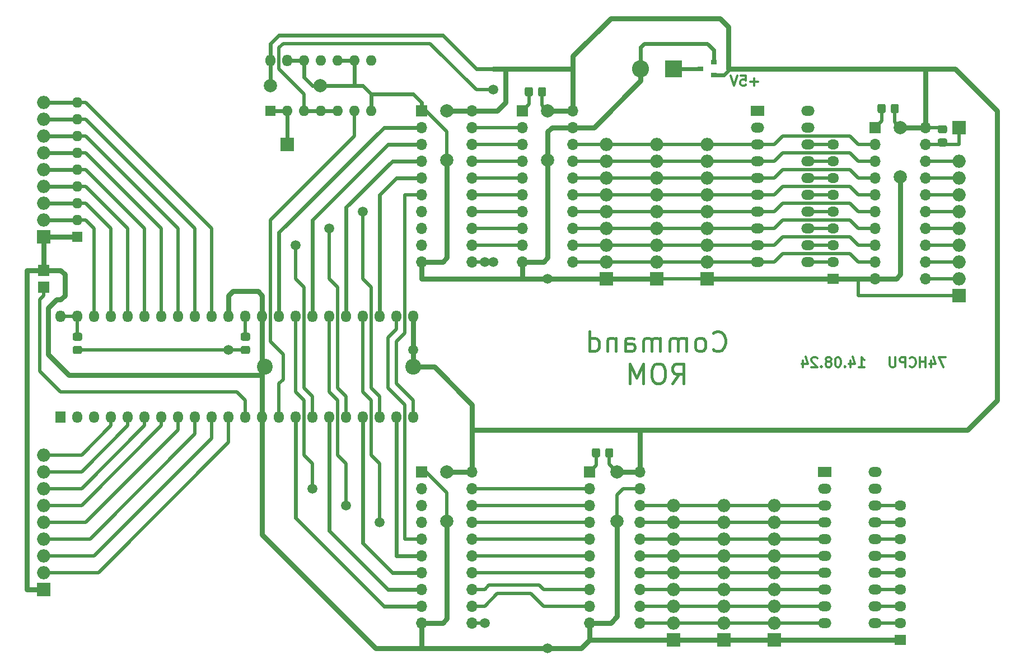
<source format=gbr>
%TF.GenerationSoftware,KiCad,Pcbnew,(5.1.8)-1*%
%TF.CreationDate,2024-08-14T23:24:58+03:00*%
%TF.ProjectId,ROM,524f4d2e-6b69-4636-9164-5f7063625858,rev?*%
%TF.SameCoordinates,Original*%
%TF.FileFunction,Copper,L2,Bot*%
%TF.FilePolarity,Positive*%
%FSLAX46Y46*%
G04 Gerber Fmt 4.6, Leading zero omitted, Abs format (unit mm)*
G04 Created by KiCad (PCBNEW (5.1.8)-1) date 2024-08-14 23:24:58*
%MOMM*%
%LPD*%
G01*
G04 APERTURE LIST*
%TA.AperFunction,NonConductor*%
%ADD10C,0.300000*%
%TD*%
%TA.AperFunction,NonConductor*%
%ADD11C,0.400000*%
%TD*%
%TA.AperFunction,ComponentPad*%
%ADD12C,2.000000*%
%TD*%
%TA.AperFunction,ComponentPad*%
%ADD13C,2.400000*%
%TD*%
%TA.AperFunction,SMDPad,CuDef*%
%ADD14R,0.900000X0.800000*%
%TD*%
%TA.AperFunction,ComponentPad*%
%ADD15R,1.700000X1.700000*%
%TD*%
%TA.AperFunction,ComponentPad*%
%ADD16O,2.000000X2.000000*%
%TD*%
%TA.AperFunction,ComponentPad*%
%ADD17R,2.000000X2.000000*%
%TD*%
%TA.AperFunction,ComponentPad*%
%ADD18O,1.800000X1.500000*%
%TD*%
%TA.AperFunction,ComponentPad*%
%ADD19R,1.800000X1.500000*%
%TD*%
%TA.AperFunction,ComponentPad*%
%ADD20O,2.000000X1.500000*%
%TD*%
%TA.AperFunction,ComponentPad*%
%ADD21R,2.000000X1.500000*%
%TD*%
%TA.AperFunction,ComponentPad*%
%ADD22O,1.600000X1.600000*%
%TD*%
%TA.AperFunction,ComponentPad*%
%ADD23R,1.600000X1.600000*%
%TD*%
%TA.AperFunction,ComponentPad*%
%ADD24O,1.500000X1.800000*%
%TD*%
%TA.AperFunction,ComponentPad*%
%ADD25R,1.500000X1.800000*%
%TD*%
%TA.AperFunction,ComponentPad*%
%ADD26C,2.600000*%
%TD*%
%TA.AperFunction,ComponentPad*%
%ADD27R,2.600000X2.600000*%
%TD*%
%TA.AperFunction,ComponentPad*%
%ADD28O,1.700000X1.700000*%
%TD*%
%TA.AperFunction,ViaPad*%
%ADD29C,1.500000*%
%TD*%
%TA.AperFunction,Conductor*%
%ADD30C,0.800000*%
%TD*%
%TA.AperFunction,Conductor*%
%ADD31C,0.500000*%
%TD*%
%TA.AperFunction,Conductor*%
%ADD32C,0.600000*%
%TD*%
G04 APERTURE END LIST*
D10*
X137207142Y-65448571D02*
X138064285Y-65448571D01*
X137635714Y-65448571D02*
X137635714Y-63948571D01*
X137778571Y-64162857D01*
X137921428Y-64305714D01*
X138064285Y-64377142D01*
X135921428Y-64448571D02*
X135921428Y-65448571D01*
X136278571Y-63877142D02*
X136635714Y-64948571D01*
X135707142Y-64948571D01*
X135135714Y-65305714D02*
X135064285Y-65377142D01*
X135135714Y-65448571D01*
X135207142Y-65377142D01*
X135135714Y-65305714D01*
X135135714Y-65448571D01*
X134135714Y-63948571D02*
X133992857Y-63948571D01*
X133850000Y-64020000D01*
X133778571Y-64091428D01*
X133707142Y-64234285D01*
X133635714Y-64520000D01*
X133635714Y-64877142D01*
X133707142Y-65162857D01*
X133778571Y-65305714D01*
X133850000Y-65377142D01*
X133992857Y-65448571D01*
X134135714Y-65448571D01*
X134278571Y-65377142D01*
X134350000Y-65305714D01*
X134421428Y-65162857D01*
X134492857Y-64877142D01*
X134492857Y-64520000D01*
X134421428Y-64234285D01*
X134350000Y-64091428D01*
X134278571Y-64020000D01*
X134135714Y-63948571D01*
X132778571Y-64591428D02*
X132921428Y-64520000D01*
X132992857Y-64448571D01*
X133064285Y-64305714D01*
X133064285Y-64234285D01*
X132992857Y-64091428D01*
X132921428Y-64020000D01*
X132778571Y-63948571D01*
X132492857Y-63948571D01*
X132350000Y-64020000D01*
X132278571Y-64091428D01*
X132207142Y-64234285D01*
X132207142Y-64305714D01*
X132278571Y-64448571D01*
X132350000Y-64520000D01*
X132492857Y-64591428D01*
X132778571Y-64591428D01*
X132921428Y-64662857D01*
X132992857Y-64734285D01*
X133064285Y-64877142D01*
X133064285Y-65162857D01*
X132992857Y-65305714D01*
X132921428Y-65377142D01*
X132778571Y-65448571D01*
X132492857Y-65448571D01*
X132350000Y-65377142D01*
X132278571Y-65305714D01*
X132207142Y-65162857D01*
X132207142Y-64877142D01*
X132278571Y-64734285D01*
X132350000Y-64662857D01*
X132492857Y-64591428D01*
X131564285Y-65305714D02*
X131492857Y-65377142D01*
X131564285Y-65448571D01*
X131635714Y-65377142D01*
X131564285Y-65305714D01*
X131564285Y-65448571D01*
X130921428Y-64091428D02*
X130850000Y-64020000D01*
X130707142Y-63948571D01*
X130350000Y-63948571D01*
X130207142Y-64020000D01*
X130135714Y-64091428D01*
X130064285Y-64234285D01*
X130064285Y-64377142D01*
X130135714Y-64591428D01*
X130992857Y-65448571D01*
X130064285Y-65448571D01*
X128778571Y-64448571D02*
X128778571Y-65448571D01*
X129135714Y-63877142D02*
X129492857Y-64948571D01*
X128564285Y-64948571D01*
X150335714Y-63948571D02*
X149335714Y-63948571D01*
X149978571Y-65448571D01*
X148121428Y-64448571D02*
X148121428Y-65448571D01*
X148478571Y-63877142D02*
X148835714Y-64948571D01*
X147907142Y-64948571D01*
X147335714Y-65448571D02*
X147335714Y-63948571D01*
X147335714Y-64662857D02*
X146478571Y-64662857D01*
X146478571Y-65448571D02*
X146478571Y-63948571D01*
X144907142Y-65305714D02*
X144978571Y-65377142D01*
X145192857Y-65448571D01*
X145335714Y-65448571D01*
X145550000Y-65377142D01*
X145692857Y-65234285D01*
X145764285Y-65091428D01*
X145835714Y-64805714D01*
X145835714Y-64591428D01*
X145764285Y-64305714D01*
X145692857Y-64162857D01*
X145550000Y-64020000D01*
X145335714Y-63948571D01*
X145192857Y-63948571D01*
X144978571Y-64020000D01*
X144907142Y-64091428D01*
X144264285Y-65448571D02*
X144264285Y-63948571D01*
X143692857Y-63948571D01*
X143550000Y-64020000D01*
X143478571Y-64091428D01*
X143407142Y-64234285D01*
X143407142Y-64448571D01*
X143478571Y-64591428D01*
X143550000Y-64662857D01*
X143692857Y-64734285D01*
X144264285Y-64734285D01*
X142764285Y-63948571D02*
X142764285Y-65162857D01*
X142692857Y-65305714D01*
X142621428Y-65377142D01*
X142478571Y-65448571D01*
X142192857Y-65448571D01*
X142050000Y-65377142D01*
X141978571Y-65305714D01*
X141907142Y-65162857D01*
X141907142Y-63948571D01*
D11*
X115180000Y-62756428D02*
X115322857Y-62899285D01*
X115751428Y-63042142D01*
X116037142Y-63042142D01*
X116465714Y-62899285D01*
X116751428Y-62613571D01*
X116894285Y-62327857D01*
X117037142Y-61756428D01*
X117037142Y-61327857D01*
X116894285Y-60756428D01*
X116751428Y-60470714D01*
X116465714Y-60185000D01*
X116037142Y-60042142D01*
X115751428Y-60042142D01*
X115322857Y-60185000D01*
X115180000Y-60327857D01*
X113465714Y-63042142D02*
X113751428Y-62899285D01*
X113894285Y-62756428D01*
X114037142Y-62470714D01*
X114037142Y-61613571D01*
X113894285Y-61327857D01*
X113751428Y-61185000D01*
X113465714Y-61042142D01*
X113037142Y-61042142D01*
X112751428Y-61185000D01*
X112608571Y-61327857D01*
X112465714Y-61613571D01*
X112465714Y-62470714D01*
X112608571Y-62756428D01*
X112751428Y-62899285D01*
X113037142Y-63042142D01*
X113465714Y-63042142D01*
X111180000Y-63042142D02*
X111180000Y-61042142D01*
X111180000Y-61327857D02*
X111037142Y-61185000D01*
X110751428Y-61042142D01*
X110322857Y-61042142D01*
X110037142Y-61185000D01*
X109894285Y-61470714D01*
X109894285Y-63042142D01*
X109894285Y-61470714D02*
X109751428Y-61185000D01*
X109465714Y-61042142D01*
X109037142Y-61042142D01*
X108751428Y-61185000D01*
X108608571Y-61470714D01*
X108608571Y-63042142D01*
X107180000Y-63042142D02*
X107180000Y-61042142D01*
X107180000Y-61327857D02*
X107037142Y-61185000D01*
X106751428Y-61042142D01*
X106322857Y-61042142D01*
X106037142Y-61185000D01*
X105894285Y-61470714D01*
X105894285Y-63042142D01*
X105894285Y-61470714D02*
X105751428Y-61185000D01*
X105465714Y-61042142D01*
X105037142Y-61042142D01*
X104751428Y-61185000D01*
X104608571Y-61470714D01*
X104608571Y-63042142D01*
X101894285Y-63042142D02*
X101894285Y-61470714D01*
X102037142Y-61185000D01*
X102322857Y-61042142D01*
X102894285Y-61042142D01*
X103180000Y-61185000D01*
X101894285Y-62899285D02*
X102180000Y-63042142D01*
X102894285Y-63042142D01*
X103180000Y-62899285D01*
X103322857Y-62613571D01*
X103322857Y-62327857D01*
X103180000Y-62042142D01*
X102894285Y-61899285D01*
X102180000Y-61899285D01*
X101894285Y-61756428D01*
X100465714Y-61042142D02*
X100465714Y-63042142D01*
X100465714Y-61327857D02*
X100322857Y-61185000D01*
X100037142Y-61042142D01*
X99608571Y-61042142D01*
X99322857Y-61185000D01*
X99180000Y-61470714D01*
X99180000Y-63042142D01*
X96465714Y-63042142D02*
X96465714Y-60042142D01*
X96465714Y-62899285D02*
X96751428Y-63042142D01*
X97322857Y-63042142D01*
X97608571Y-62899285D01*
X97751428Y-62756428D01*
X97894285Y-62470714D01*
X97894285Y-61613571D01*
X97751428Y-61327857D01*
X97608571Y-61185000D01*
X97322857Y-61042142D01*
X96751428Y-61042142D01*
X96465714Y-61185000D01*
X109037142Y-67942142D02*
X110037142Y-66513571D01*
X110751428Y-67942142D02*
X110751428Y-64942142D01*
X109608571Y-64942142D01*
X109322857Y-65085000D01*
X109180000Y-65227857D01*
X109037142Y-65513571D01*
X109037142Y-65942142D01*
X109180000Y-66227857D01*
X109322857Y-66370714D01*
X109608571Y-66513571D01*
X110751428Y-66513571D01*
X107180000Y-64942142D02*
X106608571Y-64942142D01*
X106322857Y-65085000D01*
X106037142Y-65370714D01*
X105894285Y-65942142D01*
X105894285Y-66942142D01*
X106037142Y-67513571D01*
X106322857Y-67799285D01*
X106608571Y-67942142D01*
X107180000Y-67942142D01*
X107465714Y-67799285D01*
X107751428Y-67513571D01*
X107894285Y-66942142D01*
X107894285Y-65942142D01*
X107751428Y-65370714D01*
X107465714Y-65085000D01*
X107180000Y-64942142D01*
X104608571Y-67942142D02*
X104608571Y-64942142D01*
X103608571Y-67085000D01*
X102608571Y-64942142D01*
X102608571Y-67942142D01*
D10*
X121943571Y-22332142D02*
X120800714Y-22332142D01*
X121372142Y-22903571D02*
X121372142Y-21760714D01*
X119372142Y-21403571D02*
X120086428Y-21403571D01*
X120157857Y-22117857D01*
X120086428Y-22046428D01*
X119943571Y-21975000D01*
X119586428Y-21975000D01*
X119443571Y-22046428D01*
X119372142Y-22117857D01*
X119300714Y-22260714D01*
X119300714Y-22617857D01*
X119372142Y-22760714D01*
X119443571Y-22832142D01*
X119586428Y-22903571D01*
X119943571Y-22903571D01*
X120086428Y-22832142D01*
X120157857Y-22760714D01*
X118872142Y-21403571D02*
X118372142Y-22903571D01*
X117872142Y-21403571D01*
D12*
%TO.P,C7,2*%
%TO.N,GND*%
X143510000Y-36710000D03*
%TO.P,C7,1*%
%TO.N,VCC*%
X143510000Y-29210000D03*
%TD*%
%TO.P,C6,2*%
%TO.N,GND*%
X55760000Y-22860000D03*
%TO.P,C6,1*%
%TO.N,VCC*%
X48260000Y-22860000D03*
%TD*%
%TO.P,C5,2*%
%TO.N,GND*%
X100647500Y-88780000D03*
%TO.P,C5,1*%
%TO.N,VCC*%
X100647500Y-81280000D03*
%TD*%
%TO.P,C4,2*%
%TO.N,GND*%
X90170000Y-34170000D03*
%TO.P,C4,1*%
%TO.N,VCC*%
X90170000Y-26670000D03*
%TD*%
%TO.P,C3,2*%
%TO.N,GND*%
X74930000Y-34170000D03*
%TO.P,C3,1*%
%TO.N,VCC*%
X74930000Y-26670000D03*
%TD*%
%TO.P,C2,2*%
%TO.N,GND*%
X74930000Y-88780000D03*
%TO.P,C2,1*%
%TO.N,VCC*%
X74930000Y-81280000D03*
%TD*%
D13*
%TO.P,C1,2*%
%TO.N,GND*%
X47350000Y-65405000D03*
%TO.P,C1,1*%
%TO.N,VCC*%
X69850000Y-65405000D03*
%TD*%
D14*
%TO.P,Q1,3*%
%TO.N,Net-(J4-Pad1)*%
X113300000Y-20320000D03*
%TO.P,Q1,2*%
%TO.N,VCC*%
X115300000Y-21270000D03*
%TO.P,Q1,1*%
%TO.N,GND*%
X115300000Y-19370000D03*
%TD*%
D15*
%TO.P,J14,1*%
%TO.N,GND*%
X13970000Y-50800000D03*
%TD*%
D16*
%TO.P,J13,9*%
%TO.N,/CNST7*%
X114300000Y-31750000D03*
%TO.P,J13,8*%
%TO.N,/CNST6*%
X114300000Y-34290000D03*
%TO.P,J13,7*%
%TO.N,/CNST5*%
X114300000Y-36830000D03*
%TO.P,J13,6*%
%TO.N,/CNST4*%
X114300000Y-39370000D03*
%TO.P,J13,5*%
%TO.N,/CNST3*%
X114300000Y-41910000D03*
%TO.P,J13,4*%
%TO.N,/CNST2*%
X114300000Y-44450000D03*
%TO.P,J13,3*%
%TO.N,/CNST1*%
X114300000Y-46990000D03*
%TO.P,J13,2*%
%TO.N,/CNST0*%
X114300000Y-49530000D03*
D17*
%TO.P,J13,1*%
%TO.N,GND*%
X114300000Y-52070000D03*
%TD*%
D18*
%TO.P,RN3,9*%
%TO.N,Net-(BAR2-Pad18)*%
X133350000Y-31750000D03*
%TO.P,RN3,8*%
%TO.N,Net-(BAR2-Pad17)*%
X133350000Y-34290000D03*
%TO.P,RN3,7*%
%TO.N,Net-(BAR2-Pad16)*%
X133350000Y-36830000D03*
%TO.P,RN3,6*%
%TO.N,Net-(BAR2-Pad15)*%
X133350000Y-39370000D03*
%TO.P,RN3,5*%
%TO.N,Net-(BAR2-Pad14)*%
X133350000Y-41910000D03*
%TO.P,RN3,4*%
%TO.N,Net-(BAR2-Pad13)*%
X133350000Y-44450000D03*
%TO.P,RN3,3*%
%TO.N,Net-(BAR2-Pad12)*%
X133350000Y-46990000D03*
%TO.P,RN3,2*%
%TO.N,Net-(BAR2-Pad11)*%
X133350000Y-49530000D03*
D19*
%TO.P,RN3,1*%
%TO.N,GND*%
X133350000Y-52070000D03*
%TD*%
D20*
%TO.P,BAR2,20*%
%TO.N,N/C*%
X129540000Y-26670000D03*
%TO.P,BAR2,19*%
X129540000Y-29210000D03*
%TO.P,BAR2,18*%
%TO.N,Net-(BAR2-Pad18)*%
X129540000Y-31750000D03*
%TO.P,BAR2,17*%
%TO.N,Net-(BAR2-Pad17)*%
X129540000Y-34290000D03*
%TO.P,BAR2,9*%
%TO.N,/CNST1*%
X121920000Y-46990000D03*
%TO.P,BAR2,10*%
%TO.N,/CNST0*%
X121920000Y-49530000D03*
%TO.P,BAR2,11*%
%TO.N,Net-(BAR2-Pad11)*%
X129540000Y-49530000D03*
%TO.P,BAR2,12*%
%TO.N,Net-(BAR2-Pad12)*%
X129540000Y-46990000D03*
%TO.P,BAR2,8*%
%TO.N,/CNST2*%
X121920000Y-44450000D03*
%TO.P,BAR2,7*%
%TO.N,/CNST3*%
X121920000Y-41910000D03*
%TO.P,BAR2,6*%
%TO.N,/CNST4*%
X121920000Y-39370000D03*
%TO.P,BAR2,5*%
%TO.N,/CNST5*%
X121920000Y-36830000D03*
%TO.P,BAR2,16*%
%TO.N,Net-(BAR2-Pad16)*%
X129540000Y-36830000D03*
%TO.P,BAR2,15*%
%TO.N,Net-(BAR2-Pad15)*%
X129540000Y-39370000D03*
%TO.P,BAR2,14*%
%TO.N,Net-(BAR2-Pad14)*%
X129540000Y-41910000D03*
%TO.P,BAR2,13*%
%TO.N,Net-(BAR2-Pad13)*%
X129540000Y-44450000D03*
%TO.P,BAR2,4*%
%TO.N,/CNST6*%
X121920000Y-34290000D03*
%TO.P,BAR2,3*%
%TO.N,/CNST7*%
X121920000Y-31750000D03*
%TO.P,BAR2,2*%
%TO.N,N/C*%
X121920000Y-29210000D03*
D21*
%TO.P,BAR2,1*%
X121920000Y-26670000D03*
%TD*%
D20*
%TO.P,BAR1,20*%
%TO.N,N/C*%
X139700000Y-81280000D03*
%TO.P,BAR1,19*%
X139700000Y-83820000D03*
%TO.P,BAR1,18*%
%TO.N,Net-(BAR1-Pad18)*%
X139700000Y-86360000D03*
%TO.P,BAR1,17*%
%TO.N,Net-(BAR1-Pad17)*%
X139700000Y-88900000D03*
%TO.P,BAR1,9*%
%TO.N,/COP1*%
X132080000Y-101600000D03*
%TO.P,BAR1,10*%
%TO.N,/COP0*%
X132080000Y-104140000D03*
%TO.P,BAR1,11*%
%TO.N,Net-(BAR1-Pad11)*%
X139700000Y-104140000D03*
%TO.P,BAR1,12*%
%TO.N,Net-(BAR1-Pad12)*%
X139700000Y-101600000D03*
%TO.P,BAR1,8*%
%TO.N,/COP2*%
X132080000Y-99060000D03*
%TO.P,BAR1,7*%
%TO.N,/COP3*%
X132080000Y-96520000D03*
%TO.P,BAR1,6*%
%TO.N,/COP4*%
X132080000Y-93980000D03*
%TO.P,BAR1,5*%
%TO.N,/COP5*%
X132080000Y-91440000D03*
%TO.P,BAR1,16*%
%TO.N,Net-(BAR1-Pad16)*%
X139700000Y-91440000D03*
%TO.P,BAR1,15*%
%TO.N,Net-(BAR1-Pad15)*%
X139700000Y-93980000D03*
%TO.P,BAR1,14*%
%TO.N,Net-(BAR1-Pad14)*%
X139700000Y-96520000D03*
%TO.P,BAR1,13*%
%TO.N,Net-(BAR1-Pad13)*%
X139700000Y-99060000D03*
%TO.P,BAR1,4*%
%TO.N,/COP6*%
X132080000Y-88900000D03*
%TO.P,BAR1,3*%
%TO.N,/COP7*%
X132080000Y-86360000D03*
%TO.P,BAR1,2*%
%TO.N,N/C*%
X132080000Y-83820000D03*
D21*
%TO.P,BAR1,1*%
X132080000Y-81280000D03*
%TD*%
D18*
%TO.P,RN2,9*%
%TO.N,Net-(BAR1-Pad18)*%
X143510000Y-86360000D03*
%TO.P,RN2,8*%
%TO.N,Net-(BAR1-Pad17)*%
X143510000Y-88900000D03*
%TO.P,RN2,7*%
%TO.N,Net-(BAR1-Pad16)*%
X143510000Y-91440000D03*
%TO.P,RN2,6*%
%TO.N,Net-(BAR1-Pad15)*%
X143510000Y-93980000D03*
%TO.P,RN2,5*%
%TO.N,Net-(BAR1-Pad14)*%
X143510000Y-96520000D03*
%TO.P,RN2,4*%
%TO.N,Net-(BAR1-Pad13)*%
X143510000Y-99060000D03*
%TO.P,RN2,3*%
%TO.N,Net-(BAR1-Pad12)*%
X143510000Y-101600000D03*
%TO.P,RN2,2*%
%TO.N,Net-(BAR1-Pad11)*%
X143510000Y-104140000D03*
D19*
%TO.P,RN2,1*%
%TO.N,GND*%
X143510000Y-106680000D03*
%TD*%
%TO.P,R6,2*%
%TO.N,VCC*%
%TA.AperFunction,SMDPad,CuDef*%
G36*
G01*
X150310001Y-30080000D02*
X149409999Y-30080000D01*
G75*
G02*
X149160000Y-29830001I0J249999D01*
G01*
X149160000Y-29129999D01*
G75*
G02*
X149409999Y-28880000I249999J0D01*
G01*
X150310001Y-28880000D01*
G75*
G02*
X150560000Y-29129999I0J-249999D01*
G01*
X150560000Y-29830001D01*
G75*
G02*
X150310001Y-30080000I-249999J0D01*
G01*
G37*
%TD.AperFunction*%
%TO.P,R6,1*%
%TO.N,/~LDI*%
%TA.AperFunction,SMDPad,CuDef*%
G36*
G01*
X150310001Y-32080000D02*
X149409999Y-32080000D01*
G75*
G02*
X149160000Y-31830001I0J249999D01*
G01*
X149160000Y-31129999D01*
G75*
G02*
X149409999Y-30880000I249999J0D01*
G01*
X150310001Y-30880000D01*
G75*
G02*
X150560000Y-31129999I0J-249999D01*
G01*
X150560000Y-31830001D01*
G75*
G02*
X150310001Y-32080000I-249999J0D01*
G01*
G37*
%TD.AperFunction*%
%TD*%
D22*
%TO.P,RN1,9*%
%TO.N,/A15*%
X19050000Y-25400000D03*
%TO.P,RN1,8*%
%TO.N,/A14*%
X19050000Y-27940000D03*
%TO.P,RN1,7*%
%TO.N,/A13*%
X19050000Y-30480000D03*
%TO.P,RN1,6*%
%TO.N,/A12*%
X19050000Y-33020000D03*
%TO.P,RN1,5*%
%TO.N,/A11*%
X19050000Y-35560000D03*
%TO.P,RN1,4*%
%TO.N,/A10*%
X19050000Y-38100000D03*
%TO.P,RN1,3*%
%TO.N,/A9*%
X19050000Y-40640000D03*
%TO.P,RN1,2*%
%TO.N,/A8*%
X19050000Y-43180000D03*
D23*
%TO.P,RN1,1*%
%TO.N,GND*%
X19050000Y-45720000D03*
%TD*%
D24*
%TO.P,U1,24*%
%TO.N,/D4*%
X67310000Y-57785000D03*
%TO.P,U1,23*%
%TO.N,VCC*%
X69850000Y-57785000D03*
%TO.P,U1,22*%
%TO.N,/D11*%
X69850000Y-73025000D03*
%TO.P,U1,21*%
%TO.N,/D3*%
X67310000Y-73025000D03*
%TO.P,U1,44*%
%TO.N,Net-(R1-Pad1)*%
X16510000Y-57785000D03*
%TO.P,U1,20*%
%TO.N,/D10*%
X64770000Y-73025000D03*
%TO.P,U1,43*%
%TO.N,Net-(R1-Pad1)*%
X19050000Y-57785000D03*
%TO.P,U1,19*%
%TO.N,/D2*%
X62230000Y-73025000D03*
%TO.P,U1,42*%
%TO.N,/A8*%
X21590000Y-57785000D03*
%TO.P,U1,18*%
%TO.N,/D9*%
X59690000Y-73025000D03*
%TO.P,U1,41*%
%TO.N,/A9*%
X24130000Y-57785000D03*
%TO.P,U1,17*%
%TO.N,/D1*%
X57150000Y-73025000D03*
%TO.P,U1,40*%
%TO.N,/A10*%
X26670000Y-57785000D03*
%TO.P,U1,16*%
%TO.N,/D8*%
X54610000Y-73025000D03*
%TO.P,U1,39*%
%TO.N,/A11*%
X29210000Y-57785000D03*
%TO.P,U1,15*%
%TO.N,/D0*%
X52070000Y-73025000D03*
%TO.P,U1,38*%
%TO.N,/A12*%
X31750000Y-57785000D03*
%TO.P,U1,14*%
%TO.N,/~RD*%
X49530000Y-73025000D03*
%TO.P,U1,37*%
%TO.N,/A13*%
X34290000Y-57785000D03*
%TO.P,U1,13*%
%TO.N,GND*%
X46990000Y-73025000D03*
%TO.P,U1,36*%
%TO.N,/A14*%
X36830000Y-57785000D03*
%TO.P,U1,12*%
%TO.N,/~CS*%
X44450000Y-73025000D03*
%TO.P,U1,35*%
%TO.N,/A15*%
X39370000Y-57785000D03*
%TO.P,U1,11*%
%TO.N,/A0*%
X41910000Y-73025000D03*
%TO.P,U1,34*%
%TO.N,GND*%
X41910000Y-57785000D03*
%TO.P,U1,10*%
%TO.N,/A1*%
X39370000Y-73025000D03*
%TO.P,U1,33*%
%TO.N,Net-(R2-Pad1)*%
X44450000Y-57785000D03*
%TO.P,U1,9*%
%TO.N,/A2*%
X36830000Y-73025000D03*
%TO.P,U1,32*%
%TO.N,GND*%
X46990000Y-57785000D03*
%TO.P,U1,8*%
%TO.N,/A3*%
X34290000Y-73025000D03*
%TO.P,U1,31*%
%TO.N,/D15*%
X49530000Y-57785000D03*
%TO.P,U1,7*%
%TO.N,/A4*%
X31750000Y-73025000D03*
%TO.P,U1,30*%
%TO.N,/D7*%
X52070000Y-57785000D03*
%TO.P,U1,6*%
%TO.N,/A5*%
X29210000Y-73025000D03*
%TO.P,U1,29*%
%TO.N,/D14*%
X54610000Y-57785000D03*
%TO.P,U1,5*%
%TO.N,/A6*%
X26670000Y-73025000D03*
%TO.P,U1,28*%
%TO.N,/D6*%
X57150000Y-57785000D03*
%TO.P,U1,4*%
%TO.N,/A7*%
X24130000Y-73025000D03*
%TO.P,U1,27*%
%TO.N,/D13*%
X59690000Y-57785000D03*
%TO.P,U1,3*%
%TO.N,Net-(U1-Pad3)*%
X21590000Y-73025000D03*
%TO.P,U1,26*%
%TO.N,/D5*%
X62230000Y-57785000D03*
%TO.P,U1,2*%
%TO.N,Net-(U1-Pad2)*%
X19050000Y-73025000D03*
%TO.P,U1,25*%
%TO.N,/D12*%
X64770000Y-57785000D03*
D25*
%TO.P,U1,1*%
%TO.N,Net-(U1-Pad1)*%
X16510000Y-73025000D03*
%TD*%
D16*
%TO.P,J12,9*%
%TO.N,/A15*%
X13970000Y-25400000D03*
%TO.P,J12,8*%
%TO.N,/A14*%
X13970000Y-27940000D03*
%TO.P,J12,7*%
%TO.N,/A13*%
X13970000Y-30480000D03*
%TO.P,J12,6*%
%TO.N,/A12*%
X13970000Y-33020000D03*
%TO.P,J12,5*%
%TO.N,/A11*%
X13970000Y-35560000D03*
%TO.P,J12,4*%
%TO.N,/A10*%
X13970000Y-38100000D03*
%TO.P,J12,3*%
%TO.N,/A9*%
X13970000Y-40640000D03*
%TO.P,J12,2*%
%TO.N,/A8*%
X13970000Y-43180000D03*
D17*
%TO.P,J12,1*%
%TO.N,GND*%
X13970000Y-45720000D03*
%TD*%
D16*
%TO.P,J3,9*%
%TO.N,/A7*%
X13970000Y-78740000D03*
%TO.P,J3,8*%
%TO.N,/A6*%
X13970000Y-81280000D03*
%TO.P,J3,7*%
%TO.N,/A5*%
X13970000Y-83820000D03*
%TO.P,J3,6*%
%TO.N,/A4*%
X13970000Y-86360000D03*
%TO.P,J3,5*%
%TO.N,/A3*%
X13970000Y-88900000D03*
%TO.P,J3,4*%
%TO.N,/A2*%
X13970000Y-91440000D03*
%TO.P,J3,3*%
%TO.N,/A1*%
X13970000Y-93980000D03*
%TO.P,J3,2*%
%TO.N,/A0*%
X13970000Y-96520000D03*
D17*
%TO.P,J3,1*%
%TO.N,GND*%
X13970000Y-99060000D03*
%TD*%
%TO.P,J11,1*%
%TO.N,/~LDI*%
X152400000Y-29210000D03*
%TD*%
%TO.P,J10,1*%
%TO.N,/C1*%
X50800000Y-31750000D03*
%TD*%
D15*
%TO.P,J9,1*%
%TO.N,/~CS*%
X13970000Y-53340000D03*
%TD*%
%TO.P,R5,2*%
%TO.N,VCC*%
%TA.AperFunction,SMDPad,CuDef*%
G36*
G01*
X142052500Y-26802501D02*
X142052500Y-25902499D01*
G75*
G02*
X142302499Y-25652500I249999J0D01*
G01*
X143002501Y-25652500D01*
G75*
G02*
X143252500Y-25902499I0J-249999D01*
G01*
X143252500Y-26802501D01*
G75*
G02*
X143002501Y-27052500I-249999J0D01*
G01*
X142302499Y-27052500D01*
G75*
G02*
X142052500Y-26802501I0J249999D01*
G01*
G37*
%TD.AperFunction*%
%TO.P,R5,1*%
%TO.N,Net-(R5-Pad1)*%
%TA.AperFunction,SMDPad,CuDef*%
G36*
G01*
X140052500Y-26802501D02*
X140052500Y-25902499D01*
G75*
G02*
X140302499Y-25652500I249999J0D01*
G01*
X141002501Y-25652500D01*
G75*
G02*
X141252500Y-25902499I0J-249999D01*
G01*
X141252500Y-26802501D01*
G75*
G02*
X141002501Y-27052500I-249999J0D01*
G01*
X140302499Y-27052500D01*
G75*
G02*
X140052500Y-26802501I0J249999D01*
G01*
G37*
%TD.AperFunction*%
%TD*%
%TO.P,R4,2*%
%TO.N,VCC*%
%TA.AperFunction,SMDPad,CuDef*%
G36*
G01*
X88712500Y-24262501D02*
X88712500Y-23362499D01*
G75*
G02*
X88962499Y-23112500I249999J0D01*
G01*
X89662501Y-23112500D01*
G75*
G02*
X89912500Y-23362499I0J-249999D01*
G01*
X89912500Y-24262501D01*
G75*
G02*
X89662501Y-24512500I-249999J0D01*
G01*
X88962499Y-24512500D01*
G75*
G02*
X88712500Y-24262501I0J249999D01*
G01*
G37*
%TD.AperFunction*%
%TO.P,R4,1*%
%TO.N,Net-(R4-Pad1)*%
%TA.AperFunction,SMDPad,CuDef*%
G36*
G01*
X86712500Y-24262501D02*
X86712500Y-23362499D01*
G75*
G02*
X86962499Y-23112500I249999J0D01*
G01*
X87662501Y-23112500D01*
G75*
G02*
X87912500Y-23362499I0J-249999D01*
G01*
X87912500Y-24262501D01*
G75*
G02*
X87662501Y-24512500I-249999J0D01*
G01*
X86962499Y-24512500D01*
G75*
G02*
X86712500Y-24262501I0J249999D01*
G01*
G37*
%TD.AperFunction*%
%TD*%
%TO.P,R3,2*%
%TO.N,VCC*%
%TA.AperFunction,SMDPad,CuDef*%
G36*
G01*
X98872500Y-78872501D02*
X98872500Y-77972499D01*
G75*
G02*
X99122499Y-77722500I249999J0D01*
G01*
X99822501Y-77722500D01*
G75*
G02*
X100072500Y-77972499I0J-249999D01*
G01*
X100072500Y-78872501D01*
G75*
G02*
X99822501Y-79122500I-249999J0D01*
G01*
X99122499Y-79122500D01*
G75*
G02*
X98872500Y-78872501I0J249999D01*
G01*
G37*
%TD.AperFunction*%
%TO.P,R3,1*%
%TO.N,Net-(R3-Pad1)*%
%TA.AperFunction,SMDPad,CuDef*%
G36*
G01*
X96872500Y-78872501D02*
X96872500Y-77972499D01*
G75*
G02*
X97122499Y-77722500I249999J0D01*
G01*
X97822501Y-77722500D01*
G75*
G02*
X98072500Y-77972499I0J-249999D01*
G01*
X98072500Y-78872501D01*
G75*
G02*
X97822501Y-79122500I-249999J0D01*
G01*
X97122499Y-79122500D01*
G75*
G02*
X96872500Y-78872501I0J249999D01*
G01*
G37*
%TD.AperFunction*%
%TD*%
D16*
%TO.P,J8,9*%
%TO.N,/CNST7*%
X106680000Y-31750000D03*
%TO.P,J8,8*%
%TO.N,/CNST6*%
X106680000Y-34290000D03*
%TO.P,J8,7*%
%TO.N,/CNST5*%
X106680000Y-36830000D03*
%TO.P,J8,6*%
%TO.N,/CNST4*%
X106680000Y-39370000D03*
%TO.P,J8,5*%
%TO.N,/CNST3*%
X106680000Y-41910000D03*
%TO.P,J8,4*%
%TO.N,/CNST2*%
X106680000Y-44450000D03*
%TO.P,J8,3*%
%TO.N,/CNST1*%
X106680000Y-46990000D03*
%TO.P,J8,2*%
%TO.N,/CNST0*%
X106680000Y-49530000D03*
D17*
%TO.P,J8,1*%
%TO.N,GND*%
X106680000Y-52070000D03*
%TD*%
D16*
%TO.P,J7,9*%
%TO.N,/CNST7*%
X99060000Y-31750000D03*
%TO.P,J7,8*%
%TO.N,/CNST6*%
X99060000Y-34290000D03*
%TO.P,J7,7*%
%TO.N,/CNST5*%
X99060000Y-36830000D03*
%TO.P,J7,6*%
%TO.N,/CNST4*%
X99060000Y-39370000D03*
%TO.P,J7,5*%
%TO.N,/CNST3*%
X99060000Y-41910000D03*
%TO.P,J7,4*%
%TO.N,/CNST2*%
X99060000Y-44450000D03*
%TO.P,J7,3*%
%TO.N,/CNST1*%
X99060000Y-46990000D03*
%TO.P,J7,2*%
%TO.N,/CNST0*%
X99060000Y-49530000D03*
D17*
%TO.P,J7,1*%
%TO.N,GND*%
X99060000Y-52070000D03*
%TD*%
D16*
%TO.P,J6,9*%
%TO.N,/COP7*%
X124460000Y-86360000D03*
%TO.P,J6,8*%
%TO.N,/COP6*%
X124460000Y-88900000D03*
%TO.P,J6,7*%
%TO.N,/COP5*%
X124460000Y-91440000D03*
%TO.P,J6,6*%
%TO.N,/COP4*%
X124460000Y-93980000D03*
%TO.P,J6,5*%
%TO.N,/COP3*%
X124460000Y-96520000D03*
%TO.P,J6,4*%
%TO.N,/COP2*%
X124460000Y-99060000D03*
%TO.P,J6,3*%
%TO.N,/COP1*%
X124460000Y-101600000D03*
%TO.P,J6,2*%
%TO.N,/COP0*%
X124460000Y-104140000D03*
D17*
%TO.P,J6,1*%
%TO.N,GND*%
X124460000Y-106680000D03*
%TD*%
D16*
%TO.P,J5,9*%
%TO.N,/COP7*%
X116840000Y-86360000D03*
%TO.P,J5,8*%
%TO.N,/COP6*%
X116840000Y-88900000D03*
%TO.P,J5,7*%
%TO.N,/COP5*%
X116840000Y-91440000D03*
%TO.P,J5,6*%
%TO.N,/COP4*%
X116840000Y-93980000D03*
%TO.P,J5,5*%
%TO.N,/COP3*%
X116840000Y-96520000D03*
%TO.P,J5,4*%
%TO.N,/COP2*%
X116840000Y-99060000D03*
%TO.P,J5,3*%
%TO.N,/COP1*%
X116840000Y-101600000D03*
%TO.P,J5,2*%
%TO.N,/COP0*%
X116840000Y-104140000D03*
D17*
%TO.P,J5,1*%
%TO.N,GND*%
X116840000Y-106680000D03*
%TD*%
D26*
%TO.P,J4,2*%
%TO.N,GND*%
X104220000Y-20320000D03*
D27*
%TO.P,J4,1*%
%TO.N,Net-(J4-Pad1)*%
X109220000Y-20320000D03*
%TD*%
D16*
%TO.P,J2,9*%
%TO.N,/BUS7*%
X152400000Y-34290000D03*
%TO.P,J2,8*%
%TO.N,/BUS6*%
X152400000Y-36830000D03*
%TO.P,J2,7*%
%TO.N,/BUS5*%
X152400000Y-39370000D03*
%TO.P,J2,6*%
%TO.N,/BUS4*%
X152400000Y-41910000D03*
%TO.P,J2,5*%
%TO.N,/BUS3*%
X152400000Y-44450000D03*
%TO.P,J2,4*%
%TO.N,/BUS2*%
X152400000Y-46990000D03*
%TO.P,J2,3*%
%TO.N,/BUS1*%
X152400000Y-49530000D03*
%TO.P,J2,2*%
%TO.N,/BUS0*%
X152400000Y-52070000D03*
D17*
%TO.P,J2,1*%
%TO.N,GND*%
X152400000Y-54610000D03*
%TD*%
D16*
%TO.P,J1,9*%
%TO.N,/COP7*%
X109220000Y-86360000D03*
%TO.P,J1,8*%
%TO.N,/COP6*%
X109220000Y-88900000D03*
%TO.P,J1,7*%
%TO.N,/COP5*%
X109220000Y-91440000D03*
%TO.P,J1,6*%
%TO.N,/COP4*%
X109220000Y-93980000D03*
%TO.P,J1,5*%
%TO.N,/COP3*%
X109220000Y-96520000D03*
%TO.P,J1,4*%
%TO.N,/COP2*%
X109220000Y-99060000D03*
%TO.P,J1,3*%
%TO.N,/COP1*%
X109220000Y-101600000D03*
%TO.P,J1,2*%
%TO.N,/COP0*%
X109220000Y-104140000D03*
D17*
%TO.P,J1,1*%
%TO.N,GND*%
X109220000Y-106680000D03*
%TD*%
D28*
%TO.P,U7,20*%
%TO.N,VCC*%
X104140000Y-81280000D03*
%TO.P,U7,10*%
%TO.N,GND*%
X96520000Y-104140000D03*
%TO.P,U7,19*%
X104140000Y-83820000D03*
%TO.P,U7,9*%
%TO.N,Net-(U2-Pad12)*%
X96520000Y-101600000D03*
%TO.P,U7,18*%
%TO.N,/COP7*%
X104140000Y-86360000D03*
%TO.P,U7,8*%
%TO.N,Net-(U2-Pad13)*%
X96520000Y-99060000D03*
%TO.P,U7,17*%
%TO.N,/COP6*%
X104140000Y-88900000D03*
%TO.P,U7,7*%
%TO.N,Net-(U2-Pad14)*%
X96520000Y-96520000D03*
%TO.P,U7,16*%
%TO.N,/COP5*%
X104140000Y-91440000D03*
%TO.P,U7,6*%
%TO.N,Net-(U2-Pad15)*%
X96520000Y-93980000D03*
%TO.P,U7,15*%
%TO.N,/COP4*%
X104140000Y-93980000D03*
%TO.P,U7,5*%
%TO.N,Net-(U2-Pad16)*%
X96520000Y-91440000D03*
%TO.P,U7,14*%
%TO.N,/COP3*%
X104140000Y-96520000D03*
%TO.P,U7,4*%
%TO.N,Net-(U2-Pad17)*%
X96520000Y-88900000D03*
%TO.P,U7,13*%
%TO.N,/COP2*%
X104140000Y-99060000D03*
%TO.P,U7,3*%
%TO.N,Net-(U2-Pad18)*%
X96520000Y-86360000D03*
%TO.P,U7,12*%
%TO.N,/COP1*%
X104140000Y-101600000D03*
%TO.P,U7,2*%
%TO.N,Net-(U2-Pad19)*%
X96520000Y-83820000D03*
%TO.P,U7,11*%
%TO.N,/COP0*%
X104140000Y-104140000D03*
D15*
%TO.P,U7,1*%
%TO.N,Net-(R3-Pad1)*%
X96520000Y-81280000D03*
%TD*%
D24*
%TO.P,U6,14*%
%TO.N,VCC*%
X48260000Y-19050000D03*
D22*
%TO.P,U6,7*%
%TO.N,GND*%
X63500000Y-26670000D03*
D24*
%TO.P,U6,13*%
X50800000Y-19050000D03*
D22*
%TO.P,U6,6*%
%TO.N,/~RD*%
X60960000Y-26670000D03*
%TO.P,U6,12*%
%TO.N,GND*%
X53340000Y-19050000D03*
%TO.P,U6,5*%
%TO.N,/LT*%
X58420000Y-26670000D03*
%TO.P,U6,11*%
%TO.N,Net-(U6-Pad11)*%
X55880000Y-19050000D03*
%TO.P,U6,4*%
%TO.N,/LT*%
X55880000Y-26670000D03*
%TO.P,U6,10*%
%TO.N,GND*%
X58420000Y-19050000D03*
%TO.P,U6,3*%
%TO.N,/LT*%
X53340000Y-26670000D03*
%TO.P,U6,9*%
%TO.N,GND*%
X60960000Y-19050000D03*
%TO.P,U6,2*%
%TO.N,/C1*%
X50800000Y-26670000D03*
%TO.P,U6,8*%
%TO.N,Net-(U6-Pad8)*%
X63500000Y-19050000D03*
D23*
%TO.P,U6,1*%
%TO.N,/C1*%
X48260000Y-26670000D03*
%TD*%
D28*
%TO.P,U5,20*%
%TO.N,VCC*%
X147320000Y-29210000D03*
%TO.P,U5,10*%
%TO.N,GND*%
X139700000Y-52070000D03*
%TO.P,U5,19*%
%TO.N,/~LDI*%
X147320000Y-31750000D03*
%TO.P,U5,9*%
%TO.N,/CNST0*%
X139700000Y-49530000D03*
%TO.P,U5,18*%
%TO.N,/BUS7*%
X147320000Y-34290000D03*
%TO.P,U5,8*%
%TO.N,/CNST1*%
X139700000Y-46990000D03*
%TO.P,U5,17*%
%TO.N,/BUS6*%
X147320000Y-36830000D03*
%TO.P,U5,7*%
%TO.N,/CNST2*%
X139700000Y-44450000D03*
%TO.P,U5,16*%
%TO.N,/BUS5*%
X147320000Y-39370000D03*
%TO.P,U5,6*%
%TO.N,/CNST3*%
X139700000Y-41910000D03*
%TO.P,U5,15*%
%TO.N,/BUS4*%
X147320000Y-41910000D03*
%TO.P,U5,5*%
%TO.N,/CNST4*%
X139700000Y-39370000D03*
%TO.P,U5,14*%
%TO.N,/BUS3*%
X147320000Y-44450000D03*
%TO.P,U5,4*%
%TO.N,/CNST5*%
X139700000Y-36830000D03*
%TO.P,U5,13*%
%TO.N,/BUS2*%
X147320000Y-46990000D03*
%TO.P,U5,3*%
%TO.N,/CNST6*%
X139700000Y-34290000D03*
%TO.P,U5,12*%
%TO.N,/BUS1*%
X147320000Y-49530000D03*
%TO.P,U5,2*%
%TO.N,/CNST7*%
X139700000Y-31750000D03*
%TO.P,U5,11*%
%TO.N,/BUS0*%
X147320000Y-52070000D03*
D15*
%TO.P,U5,1*%
%TO.N,Net-(R5-Pad1)*%
X139700000Y-29210000D03*
%TD*%
D28*
%TO.P,U4,20*%
%TO.N,VCC*%
X93980000Y-26670000D03*
%TO.P,U4,10*%
%TO.N,GND*%
X86360000Y-49530000D03*
%TO.P,U4,19*%
X93980000Y-29210000D03*
%TO.P,U4,9*%
%TO.N,Net-(U3-Pad12)*%
X86360000Y-46990000D03*
%TO.P,U4,18*%
%TO.N,/CNST7*%
X93980000Y-31750000D03*
%TO.P,U4,8*%
%TO.N,Net-(U3-Pad13)*%
X86360000Y-44450000D03*
%TO.P,U4,17*%
%TO.N,/CNST6*%
X93980000Y-34290000D03*
%TO.P,U4,7*%
%TO.N,Net-(U3-Pad14)*%
X86360000Y-41910000D03*
%TO.P,U4,16*%
%TO.N,/CNST5*%
X93980000Y-36830000D03*
%TO.P,U4,6*%
%TO.N,Net-(U3-Pad15)*%
X86360000Y-39370000D03*
%TO.P,U4,15*%
%TO.N,/CNST4*%
X93980000Y-39370000D03*
%TO.P,U4,5*%
%TO.N,Net-(U3-Pad16)*%
X86360000Y-36830000D03*
%TO.P,U4,14*%
%TO.N,/CNST3*%
X93980000Y-41910000D03*
%TO.P,U4,4*%
%TO.N,Net-(U3-Pad17)*%
X86360000Y-34290000D03*
%TO.P,U4,13*%
%TO.N,/CNST2*%
X93980000Y-44450000D03*
%TO.P,U4,3*%
%TO.N,Net-(U3-Pad18)*%
X86360000Y-31750000D03*
%TO.P,U4,12*%
%TO.N,/CNST1*%
X93980000Y-46990000D03*
%TO.P,U4,2*%
%TO.N,Net-(U3-Pad19)*%
X86360000Y-29210000D03*
%TO.P,U4,11*%
%TO.N,/CNST0*%
X93980000Y-49530000D03*
D15*
%TO.P,U4,1*%
%TO.N,Net-(R4-Pad1)*%
X86360000Y-26670000D03*
%TD*%
%TO.P,R2,2*%
%TO.N,VCC*%
%TA.AperFunction,SMDPad,CuDef*%
G36*
G01*
X43999999Y-62265000D02*
X44900001Y-62265000D01*
G75*
G02*
X45150000Y-62514999I0J-249999D01*
G01*
X45150000Y-63215001D01*
G75*
G02*
X44900001Y-63465000I-249999J0D01*
G01*
X43999999Y-63465000D01*
G75*
G02*
X43750000Y-63215001I0J249999D01*
G01*
X43750000Y-62514999D01*
G75*
G02*
X43999999Y-62265000I249999J0D01*
G01*
G37*
%TD.AperFunction*%
%TO.P,R2,1*%
%TO.N,Net-(R2-Pad1)*%
%TA.AperFunction,SMDPad,CuDef*%
G36*
G01*
X43999999Y-60265000D02*
X44900001Y-60265000D01*
G75*
G02*
X45150000Y-60514999I0J-249999D01*
G01*
X45150000Y-61215001D01*
G75*
G02*
X44900001Y-61465000I-249999J0D01*
G01*
X43999999Y-61465000D01*
G75*
G02*
X43750000Y-61215001I0J249999D01*
G01*
X43750000Y-60514999D01*
G75*
G02*
X43999999Y-60265000I249999J0D01*
G01*
G37*
%TD.AperFunction*%
%TD*%
%TO.P,R1,2*%
%TO.N,VCC*%
%TA.AperFunction,SMDPad,CuDef*%
G36*
G01*
X18599999Y-62265000D02*
X19500001Y-62265000D01*
G75*
G02*
X19750000Y-62514999I0J-249999D01*
G01*
X19750000Y-63215001D01*
G75*
G02*
X19500001Y-63465000I-249999J0D01*
G01*
X18599999Y-63465000D01*
G75*
G02*
X18350000Y-63215001I0J249999D01*
G01*
X18350000Y-62514999D01*
G75*
G02*
X18599999Y-62265000I249999J0D01*
G01*
G37*
%TD.AperFunction*%
%TO.P,R1,1*%
%TO.N,Net-(R1-Pad1)*%
%TA.AperFunction,SMDPad,CuDef*%
G36*
G01*
X18599999Y-60265000D02*
X19500001Y-60265000D01*
G75*
G02*
X19750000Y-60514999I0J-249999D01*
G01*
X19750000Y-61215001D01*
G75*
G02*
X19500001Y-61465000I-249999J0D01*
G01*
X18599999Y-61465000D01*
G75*
G02*
X18350000Y-61215001I0J249999D01*
G01*
X18350000Y-60514999D01*
G75*
G02*
X18599999Y-60265000I249999J0D01*
G01*
G37*
%TD.AperFunction*%
%TD*%
D28*
%TO.P,U3,20*%
%TO.N,VCC*%
X78740000Y-26670000D03*
%TO.P,U3,10*%
%TO.N,GND*%
X71120000Y-49530000D03*
%TO.P,U3,19*%
%TO.N,Net-(U3-Pad19)*%
X78740000Y-29210000D03*
%TO.P,U3,9*%
%TO.N,/D8*%
X71120000Y-46990000D03*
%TO.P,U3,18*%
%TO.N,Net-(U3-Pad18)*%
X78740000Y-31750000D03*
%TO.P,U3,8*%
%TO.N,/D9*%
X71120000Y-44450000D03*
%TO.P,U3,17*%
%TO.N,Net-(U3-Pad17)*%
X78740000Y-34290000D03*
%TO.P,U3,7*%
%TO.N,/D10*%
X71120000Y-41910000D03*
%TO.P,U3,16*%
%TO.N,Net-(U3-Pad16)*%
X78740000Y-36830000D03*
%TO.P,U3,6*%
%TO.N,/D11*%
X71120000Y-39370000D03*
%TO.P,U3,15*%
%TO.N,Net-(U3-Pad15)*%
X78740000Y-39370000D03*
%TO.P,U3,5*%
%TO.N,/D12*%
X71120000Y-36830000D03*
%TO.P,U3,14*%
%TO.N,Net-(U3-Pad14)*%
X78740000Y-41910000D03*
%TO.P,U3,4*%
%TO.N,/D13*%
X71120000Y-34290000D03*
%TO.P,U3,13*%
%TO.N,Net-(U3-Pad13)*%
X78740000Y-44450000D03*
%TO.P,U3,3*%
%TO.N,/D14*%
X71120000Y-31750000D03*
%TO.P,U3,12*%
%TO.N,Net-(U3-Pad12)*%
X78740000Y-46990000D03*
%TO.P,U3,2*%
%TO.N,/D15*%
X71120000Y-29210000D03*
%TO.P,U3,11*%
%TO.N,/LT*%
X78740000Y-49530000D03*
D15*
%TO.P,U3,1*%
%TO.N,GND*%
X71120000Y-26670000D03*
%TD*%
D28*
%TO.P,U2,20*%
%TO.N,VCC*%
X78740000Y-81280000D03*
%TO.P,U2,10*%
%TO.N,GND*%
X71120000Y-104140000D03*
%TO.P,U2,19*%
%TO.N,Net-(U2-Pad19)*%
X78740000Y-83820000D03*
%TO.P,U2,9*%
%TO.N,/D0*%
X71120000Y-101600000D03*
%TO.P,U2,18*%
%TO.N,Net-(U2-Pad18)*%
X78740000Y-86360000D03*
%TO.P,U2,8*%
%TO.N,/D1*%
X71120000Y-99060000D03*
%TO.P,U2,17*%
%TO.N,Net-(U2-Pad17)*%
X78740000Y-88900000D03*
%TO.P,U2,7*%
%TO.N,/D2*%
X71120000Y-96520000D03*
%TO.P,U2,16*%
%TO.N,Net-(U2-Pad16)*%
X78740000Y-91440000D03*
%TO.P,U2,6*%
%TO.N,/D3*%
X71120000Y-93980000D03*
%TO.P,U2,15*%
%TO.N,Net-(U2-Pad15)*%
X78740000Y-93980000D03*
%TO.P,U2,5*%
%TO.N,/D4*%
X71120000Y-91440000D03*
%TO.P,U2,14*%
%TO.N,Net-(U2-Pad14)*%
X78740000Y-96520000D03*
%TO.P,U2,4*%
%TO.N,/D5*%
X71120000Y-88900000D03*
%TO.P,U2,13*%
%TO.N,Net-(U2-Pad13)*%
X78740000Y-99060000D03*
%TO.P,U2,3*%
%TO.N,/D6*%
X71120000Y-86360000D03*
%TO.P,U2,12*%
%TO.N,Net-(U2-Pad12)*%
X78740000Y-101600000D03*
%TO.P,U2,2*%
%TO.N,/D7*%
X71120000Y-83820000D03*
%TO.P,U2,11*%
%TO.N,/LT*%
X78740000Y-104140000D03*
D15*
%TO.P,U2,1*%
%TO.N,GND*%
X71120000Y-81280000D03*
%TD*%
D29*
%TO.N,GND*%
X90170000Y-52070000D03*
X90170000Y-107950000D03*
%TO.N,/D7*%
X54610000Y-83820000D03*
%TO.N,/D6*%
X59690000Y-86360000D03*
%TO.N,/D5*%
X64770000Y-88900000D03*
%TO.N,VCC*%
X41910000Y-62865000D03*
X69850000Y-62865000D03*
%TO.N,/D10*%
X62230000Y-41910000D03*
%TO.N,/D9*%
X57150000Y-44450000D03*
%TO.N,/D8*%
X52070000Y-46990000D03*
%TO.N,/LT*%
X80645000Y-104140000D03*
X80645000Y-49530000D03*
X81915000Y-23495000D03*
X81915000Y-49530000D03*
%TD*%
D30*
%TO.N,GND*%
X116840000Y-106680000D02*
X109220000Y-106680000D01*
X101600000Y-52070000D02*
X106680000Y-52070000D01*
X99060000Y-52070000D02*
X101600000Y-52070000D01*
X124460000Y-106680000D02*
X116840000Y-106680000D01*
X86360000Y-52070000D02*
X90170000Y-52070000D01*
X86360000Y-49530000D02*
X86360000Y-52070000D01*
D31*
X106680000Y-52070000D02*
X114300000Y-52070000D01*
D30*
X133350000Y-52070000D02*
X137160000Y-52070000D01*
X114300000Y-52070000D02*
X133350000Y-52070000D01*
X137160000Y-52070000D02*
X139700000Y-52070000D01*
X124460000Y-106680000D02*
X143510000Y-106680000D01*
D31*
X152400000Y-54610000D02*
X137160000Y-54610000D01*
X137160000Y-54610000D02*
X137160000Y-52070000D01*
D30*
X109220000Y-106680000D02*
X96520000Y-106680000D01*
X96520000Y-52070000D02*
X99060000Y-52070000D01*
X46990000Y-73025000D02*
X46990000Y-68580000D01*
X86360000Y-52070000D02*
X73660000Y-52070000D01*
X96520000Y-104140000D02*
X96520000Y-106680000D01*
X95885000Y-107315000D02*
X96520000Y-106680000D01*
X95250000Y-107950000D02*
X95885000Y-107315000D01*
X74930000Y-107950000D02*
X95250000Y-107950000D01*
D32*
X104775000Y-16510000D02*
X104220000Y-17065000D01*
X114300000Y-16510000D02*
X104775000Y-16510000D01*
X115300000Y-17510000D02*
X114300000Y-16510000D01*
X104220000Y-17065000D02*
X104220000Y-20320000D01*
X115300000Y-19370000D02*
X115300000Y-17510000D01*
X63500000Y-26670000D02*
X63500000Y-24130000D01*
D30*
X11430000Y-50800000D02*
X13970000Y-50800000D01*
X11430000Y-50800000D02*
X11430000Y-99060000D01*
X11430000Y-99060000D02*
X13970000Y-99060000D01*
X13970000Y-45720000D02*
X19050000Y-45720000D01*
X13970000Y-45720000D02*
X13970000Y-50800000D01*
X46990000Y-55880000D02*
X46990000Y-57785000D01*
X46355000Y-53975000D02*
X46990000Y-54610000D01*
X46990000Y-54610000D02*
X46990000Y-55880000D01*
X42545000Y-53975000D02*
X46355000Y-53975000D01*
X41910000Y-54610000D02*
X42545000Y-53975000D01*
X41910000Y-57785000D02*
X41910000Y-54610000D01*
X17145000Y-51435000D02*
X16510000Y-50800000D01*
X15875000Y-55245000D02*
X16510000Y-55245000D01*
X14605000Y-56515000D02*
X15875000Y-55245000D01*
X16510000Y-55245000D02*
X17145000Y-54610000D01*
X14605000Y-63500000D02*
X14605000Y-56515000D01*
X17780000Y-66675000D02*
X14605000Y-63500000D01*
X17145000Y-54610000D02*
X17145000Y-51435000D01*
X42030000Y-66675000D02*
X17780000Y-66675000D01*
X16510000Y-50800000D02*
X13970000Y-50800000D01*
X73660000Y-107950000D02*
X74930000Y-107950000D01*
X42030000Y-66675000D02*
X46990000Y-66675000D01*
X46990000Y-66675000D02*
X46990000Y-57785000D01*
X46990000Y-68580000D02*
X46990000Y-66675000D01*
X71120000Y-49530000D02*
X71120000Y-52070000D01*
X71120000Y-52070000D02*
X73660000Y-52070000D01*
X74930000Y-34170000D02*
X74930000Y-48895000D01*
X74295000Y-49530000D02*
X71120000Y-49530000D01*
X74930000Y-48895000D02*
X74295000Y-49530000D01*
D32*
X58420000Y-19050000D02*
X60960000Y-19050000D01*
X60960000Y-20955000D02*
X60960000Y-19050000D01*
X60960000Y-22860000D02*
X60960000Y-20955000D01*
X55760000Y-22860000D02*
X60960000Y-22860000D01*
D30*
X95250000Y-29210000D02*
X93980000Y-29210000D01*
X97155000Y-29210000D02*
X95250000Y-29210000D01*
X104220000Y-22145000D02*
X97155000Y-29210000D01*
X104220000Y-20320000D02*
X104220000Y-22145000D01*
X90170000Y-52070000D02*
X96520000Y-52070000D01*
X46990000Y-90805000D02*
X64135000Y-107950000D01*
X46990000Y-73025000D02*
X46990000Y-90805000D01*
X143510000Y-36710000D02*
X143510000Y-51435000D01*
X142875000Y-52070000D02*
X139700000Y-52070000D01*
X143510000Y-51435000D02*
X142875000Y-52070000D01*
X100647500Y-88780000D02*
X100647500Y-103187500D01*
X99695000Y-104140000D02*
X96520000Y-104140000D01*
X100647500Y-103187500D02*
X99695000Y-104140000D01*
D31*
X104140000Y-83820000D02*
X101600000Y-83820000D01*
X100647500Y-84772500D02*
X100647500Y-88780000D01*
X101600000Y-83820000D02*
X100647500Y-84772500D01*
D30*
X71120000Y-107950000D02*
X71120000Y-104140000D01*
X64135000Y-107950000D02*
X71120000Y-107950000D01*
X71120000Y-107950000D02*
X73660000Y-107950000D01*
X74930000Y-88780000D02*
X74930000Y-103505000D01*
X74295000Y-104140000D02*
X71120000Y-104140000D01*
X74930000Y-103505000D02*
X74295000Y-104140000D01*
D31*
X71120000Y-81280000D02*
X71755000Y-81280000D01*
X74930000Y-84455000D02*
X74930000Y-88780000D01*
X71755000Y-81280000D02*
X74930000Y-84455000D01*
D30*
X90170000Y-34170000D02*
X90170000Y-48895000D01*
X89535000Y-49530000D02*
X86360000Y-49530000D01*
X90170000Y-48895000D02*
X89535000Y-49530000D01*
X93980000Y-29210000D02*
X90805000Y-29210000D01*
X90170000Y-29845000D02*
X90170000Y-34170000D01*
X90805000Y-29210000D02*
X90170000Y-29845000D01*
D32*
X71120000Y-25400000D02*
X69850000Y-24130000D01*
X63500000Y-24130000D02*
X69850000Y-24130000D01*
X71120000Y-25400000D02*
X71120000Y-26670000D01*
X62230000Y-22860000D02*
X63500000Y-24130000D01*
X60960000Y-22860000D02*
X62230000Y-22860000D01*
X50800000Y-19050000D02*
X53340000Y-19050000D01*
X53340000Y-19050000D02*
X53340000Y-21590000D01*
X54610000Y-22860000D02*
X55760000Y-22860000D01*
X53340000Y-21590000D02*
X54610000Y-22860000D01*
D31*
X74930000Y-34170000D02*
X74930000Y-29845000D01*
X71755000Y-26670000D02*
X71120000Y-26670000D01*
X74930000Y-29845000D02*
X71755000Y-26670000D01*
D32*
%TO.N,/D15*%
X71120000Y-29210000D02*
X65405000Y-29210000D01*
X49530000Y-45085000D02*
X49530000Y-57785000D01*
X65405000Y-29210000D02*
X49530000Y-45085000D01*
D31*
%TO.N,/D7*%
X54610000Y-83820000D02*
X54610000Y-83820000D01*
X54610000Y-80010000D02*
X54610000Y-83820000D01*
X53340000Y-70485000D02*
X53340000Y-78740000D01*
X53340000Y-78740000D02*
X54610000Y-80010000D01*
X52070000Y-69215000D02*
X53340000Y-70485000D01*
X52070000Y-57785000D02*
X52070000Y-69215000D01*
D32*
%TO.N,/D14*%
X71120000Y-31750000D02*
X66040000Y-31750000D01*
X54610000Y-43180000D02*
X54610000Y-57785000D01*
X66040000Y-31750000D02*
X54610000Y-43180000D01*
D31*
%TO.N,/D6*%
X59690000Y-86360000D02*
X59690000Y-86360000D01*
X58420000Y-70485000D02*
X58420000Y-78740000D01*
X58420000Y-78740000D02*
X59690000Y-80010000D01*
X57150000Y-69215000D02*
X58420000Y-70485000D01*
X59690000Y-80010000D02*
X59690000Y-86360000D01*
X57150000Y-57785000D02*
X57150000Y-69215000D01*
D32*
%TO.N,/D13*%
X71120000Y-34290000D02*
X66675000Y-34290000D01*
X59690000Y-41275000D02*
X59690000Y-57785000D01*
X66675000Y-34290000D02*
X59690000Y-41275000D01*
D31*
%TO.N,/D5*%
X64770000Y-88900000D02*
X64770000Y-88900000D01*
X64770000Y-80010000D02*
X64770000Y-88900000D01*
X63500000Y-78740000D02*
X64770000Y-80010000D01*
X63500000Y-70485000D02*
X63500000Y-78740000D01*
X62230000Y-69215000D02*
X63500000Y-70485000D01*
X62230000Y-57785000D02*
X62230000Y-69215000D01*
D32*
%TO.N,/D12*%
X71120000Y-36830000D02*
X67310000Y-36830000D01*
X64770000Y-39370000D02*
X64770000Y-57785000D01*
X67310000Y-36830000D02*
X64770000Y-39370000D01*
D31*
%TO.N,/D4*%
X67310000Y-59690000D02*
X67310000Y-57785000D01*
X66040000Y-68580000D02*
X66040000Y-60960000D01*
X66040000Y-60960000D02*
X67310000Y-59690000D01*
X68580000Y-71120000D02*
X66040000Y-68580000D01*
X68580000Y-91440000D02*
X68580000Y-71120000D01*
X71120000Y-91440000D02*
X68580000Y-91440000D01*
D30*
%TO.N,VCC*%
X147320000Y-20320000D02*
X147320000Y-29210000D01*
D31*
X147320000Y-29210000D02*
X149590000Y-29210000D01*
X149590000Y-29210000D02*
X149860000Y-29480000D01*
X19050000Y-62865000D02*
X41910000Y-62865000D01*
D30*
X153670000Y-74930000D02*
X158115000Y-70485000D01*
X97790000Y-74930000D02*
X153670000Y-74930000D01*
X97790000Y-74930000D02*
X93980000Y-74930000D01*
X104140000Y-74930000D02*
X104140000Y-81280000D01*
X93980000Y-74930000D02*
X78740000Y-74930000D01*
X78740000Y-74930000D02*
X78740000Y-81280000D01*
D32*
X116840000Y-21272500D02*
X115302500Y-21272500D01*
X115302500Y-21272500D02*
X115300000Y-21270000D01*
D30*
X158115000Y-33655000D02*
X158115000Y-70485000D01*
X158115000Y-26670000D02*
X158115000Y-33655000D01*
X151765000Y-20320000D02*
X158115000Y-26670000D01*
X117475000Y-20320000D02*
X151765000Y-20320000D01*
X99695000Y-12700000D02*
X93980000Y-18415000D01*
X116205000Y-12700000D02*
X99695000Y-12700000D01*
X117475000Y-13970000D02*
X116205000Y-12700000D01*
X117475000Y-20320000D02*
X117475000Y-13970000D01*
X69850000Y-57785000D02*
X69850000Y-62865000D01*
X73025000Y-65405000D02*
X69850000Y-65405000D01*
X78740000Y-71120000D02*
X73025000Y-65405000D01*
X78740000Y-74930000D02*
X78740000Y-71120000D01*
D31*
X41910000Y-62865000D02*
X44450000Y-62865000D01*
D30*
X69850000Y-62865000D02*
X69850000Y-65405000D01*
X93980000Y-18415000D02*
X93980000Y-20320000D01*
D32*
X81915000Y-20320000D02*
X79375000Y-20320000D01*
D30*
X81280000Y-26670000D02*
X78740000Y-26670000D01*
X93980000Y-20320000D02*
X93980000Y-26670000D01*
D32*
X48260000Y-19050000D02*
X48260000Y-22860000D01*
D30*
X74930000Y-26670000D02*
X78740000Y-26670000D01*
X90487500Y-26670000D02*
X93980000Y-26670000D01*
X143510000Y-29210000D02*
X147320000Y-29210000D01*
D31*
X142652500Y-28352500D02*
X143510000Y-29210000D01*
X142652500Y-26352500D02*
X142652500Y-28352500D01*
D32*
X117475000Y-20637500D02*
X117475000Y-20320000D01*
X116840000Y-21272500D02*
X117475000Y-20637500D01*
D30*
X100647500Y-81280000D02*
X104140000Y-81280000D01*
D31*
X99472500Y-80105000D02*
X100647500Y-81280000D01*
X99472500Y-78422500D02*
X99472500Y-80105000D01*
D30*
X74930000Y-81280000D02*
X78740000Y-81280000D01*
D31*
X89312500Y-25812500D02*
X90170000Y-26670000D01*
X89312500Y-23812500D02*
X89312500Y-25812500D01*
D32*
X79375000Y-20320000D02*
X74295000Y-15240000D01*
X48260000Y-16510000D02*
X49530000Y-15240000D01*
X49530000Y-15240000D02*
X74295000Y-15240000D01*
X48260000Y-16510000D02*
X48260000Y-19050000D01*
D30*
X81280000Y-26670000D02*
X82550000Y-26670000D01*
X82550000Y-26670000D02*
X83820000Y-25400000D01*
X83820000Y-25400000D02*
X83820000Y-20320000D01*
X83820000Y-20320000D02*
X81915000Y-20320000D01*
X93980000Y-20320000D02*
X83820000Y-20320000D01*
D31*
%TO.N,/D11*%
X68580000Y-39370000D02*
X71120000Y-39370000D01*
X68580000Y-60325000D02*
X68580000Y-39370000D01*
X67310000Y-61595000D02*
X68580000Y-60325000D01*
X67310000Y-67945000D02*
X67310000Y-61595000D01*
X69850000Y-70485000D02*
X67310000Y-67945000D01*
X69850000Y-73025000D02*
X69850000Y-70485000D01*
D32*
%TO.N,/D3*%
X67310000Y-73025000D02*
X67310000Y-93980000D01*
X67310000Y-93980000D02*
X71120000Y-93980000D01*
D31*
%TO.N,/D10*%
X62230000Y-41910000D02*
X62230000Y-41910000D01*
X64770000Y-69850000D02*
X64770000Y-73025000D01*
X63500000Y-68580000D02*
X64770000Y-69850000D01*
X63500000Y-53340000D02*
X63500000Y-68580000D01*
X62230000Y-52070000D02*
X63500000Y-53340000D01*
X62230000Y-41910000D02*
X62230000Y-52070000D01*
D32*
%TO.N,/D2*%
X66675000Y-96520000D02*
X62230000Y-92075000D01*
X62230000Y-73025000D02*
X62230000Y-92075000D01*
X66675000Y-96520000D02*
X71120000Y-96520000D01*
D31*
%TO.N,/D9*%
X57150000Y-44450000D02*
X57150000Y-44450000D01*
X59690000Y-69850000D02*
X59690000Y-73025000D01*
X58420000Y-68580000D02*
X59690000Y-69850000D01*
X58420000Y-53340000D02*
X58420000Y-68580000D01*
X57150000Y-52070000D02*
X58420000Y-53340000D01*
X57150000Y-44450000D02*
X57150000Y-52070000D01*
D32*
%TO.N,/D1*%
X57150000Y-90170000D02*
X57150000Y-73025000D01*
X66040000Y-99060000D02*
X57150000Y-90170000D01*
X71120000Y-99060000D02*
X66040000Y-99060000D01*
D31*
%TO.N,/D8*%
X52070000Y-46990000D02*
X52070000Y-46990000D01*
X54610000Y-69850000D02*
X54610000Y-73025000D01*
X53340000Y-68580000D02*
X54610000Y-69850000D01*
X53340000Y-53340000D02*
X53340000Y-68580000D01*
X52070000Y-52070000D02*
X53340000Y-53340000D01*
X52070000Y-46990000D02*
X52070000Y-52070000D01*
D32*
%TO.N,/D0*%
X52070000Y-86995000D02*
X52070000Y-73025000D01*
X52070000Y-88265000D02*
X52070000Y-86995000D01*
X65405000Y-101600000D02*
X52070000Y-88265000D01*
X71120000Y-101600000D02*
X65405000Y-101600000D01*
D31*
%TO.N,Net-(U2-Pad19)*%
X78740000Y-83820000D02*
X96520000Y-83820000D01*
%TO.N,Net-(U2-Pad18)*%
X78740000Y-86360000D02*
X96520000Y-86360000D01*
%TO.N,Net-(U2-Pad17)*%
X78740000Y-88900000D02*
X96520000Y-88900000D01*
%TO.N,Net-(U2-Pad16)*%
X78740000Y-91440000D02*
X96520000Y-91440000D01*
%TO.N,Net-(U2-Pad15)*%
X78740000Y-93980000D02*
X96520000Y-93980000D01*
%TO.N,Net-(U2-Pad14)*%
X78740000Y-96520000D02*
X96520000Y-96520000D01*
%TO.N,Net-(U2-Pad13)*%
X78740000Y-99060000D02*
X80645000Y-99060000D01*
X80645000Y-99060000D02*
X81280000Y-98425000D01*
X81280000Y-98425000D02*
X88900000Y-98425000D01*
X88900000Y-98425000D02*
X89535000Y-99060000D01*
X89535000Y-99060000D02*
X96520000Y-99060000D01*
%TO.N,Net-(U2-Pad12)*%
X78740000Y-101600000D02*
X80645000Y-101600000D01*
X80645000Y-101600000D02*
X82550000Y-99695000D01*
X82550000Y-99695000D02*
X87630000Y-99695000D01*
X87630000Y-99695000D02*
X89535000Y-101600000D01*
X89535000Y-101600000D02*
X96520000Y-101600000D01*
%TO.N,Net-(U3-Pad19)*%
X78740000Y-29210000D02*
X86360000Y-29210000D01*
%TO.N,Net-(U3-Pad18)*%
X78740000Y-31750000D02*
X86360000Y-31750000D01*
%TO.N,Net-(U3-Pad17)*%
X78740000Y-34290000D02*
X86360000Y-34290000D01*
%TO.N,Net-(U3-Pad16)*%
X78740000Y-36830000D02*
X86360000Y-36830000D01*
%TO.N,Net-(U3-Pad15)*%
X78740000Y-39370000D02*
X86360000Y-39370000D01*
%TO.N,Net-(U3-Pad14)*%
X78740000Y-41910000D02*
X86360000Y-41910000D01*
%TO.N,Net-(U3-Pad13)*%
X78740000Y-44450000D02*
X86360000Y-44450000D01*
%TO.N,Net-(U3-Pad12)*%
X78740000Y-46990000D02*
X86360000Y-46990000D01*
%TO.N,Net-(R1-Pad1)*%
X16510000Y-57785000D02*
X19050000Y-57785000D01*
X19050000Y-60865000D02*
X19050000Y-57785000D01*
%TO.N,Net-(R2-Pad1)*%
X44450000Y-60865000D02*
X44450000Y-57785000D01*
%TO.N,/A1*%
X39370000Y-73025000D02*
X39370000Y-76200000D01*
X21590000Y-93980000D02*
X13970000Y-93980000D01*
X39370000Y-76200000D02*
X21590000Y-93980000D01*
%TO.N,/A2*%
X36830000Y-75565000D02*
X36830000Y-74930000D01*
X20955000Y-91440000D02*
X36830000Y-75565000D01*
X36830000Y-74930000D02*
X36830000Y-73025000D01*
X13970000Y-91440000D02*
X20955000Y-91440000D01*
%TO.N,/A3*%
X18415000Y-88900000D02*
X13970000Y-88900000D01*
X20320000Y-88900000D02*
X18415000Y-88900000D01*
X34290000Y-74930000D02*
X20320000Y-88900000D01*
X34290000Y-73025000D02*
X34290000Y-74930000D01*
%TO.N,/A4*%
X31750000Y-74295000D02*
X31750000Y-73025000D01*
X19685000Y-86360000D02*
X31750000Y-74295000D01*
X13970000Y-86360000D02*
X19685000Y-86360000D01*
%TO.N,/A5*%
X29210000Y-73025000D02*
X29210000Y-74295000D01*
X19685000Y-83820000D02*
X13970000Y-83820000D01*
X29210000Y-74295000D02*
X19685000Y-83820000D01*
%TO.N,/A6*%
X26670000Y-74295000D02*
X26670000Y-73025000D01*
X19685000Y-81280000D02*
X26670000Y-74295000D01*
X13970000Y-81280000D02*
X19685000Y-81280000D01*
%TO.N,/A7*%
X24130000Y-74295000D02*
X19685000Y-78740000D01*
X19685000Y-78740000D02*
X13970000Y-78740000D01*
X24130000Y-73025000D02*
X24130000Y-74295000D01*
%TO.N,/A8*%
X19050000Y-43180000D02*
X20320000Y-43180000D01*
X21590000Y-44450000D02*
X21590000Y-57785000D01*
X20320000Y-43180000D02*
X21590000Y-44450000D01*
D32*
X13970000Y-43180000D02*
X19050000Y-43180000D01*
D31*
%TO.N,/A9*%
X19050000Y-40640000D02*
X20320000Y-40640000D01*
X24130000Y-44450000D02*
X24130000Y-57785000D01*
X20320000Y-40640000D02*
X24130000Y-44450000D01*
D32*
X13970000Y-40640000D02*
X19050000Y-40640000D01*
D31*
%TO.N,/A10*%
X26670000Y-44450000D02*
X26670000Y-57785000D01*
X20320000Y-38100000D02*
X26670000Y-44450000D01*
X19050000Y-38100000D02*
X20320000Y-38100000D01*
D32*
X13970000Y-38100000D02*
X19050000Y-38100000D01*
D31*
%TO.N,/A11*%
X29210000Y-44450000D02*
X29210000Y-57785000D01*
X20320000Y-35560000D02*
X29210000Y-44450000D01*
X19050000Y-35560000D02*
X20320000Y-35560000D01*
D32*
X13970000Y-35560000D02*
X19050000Y-35560000D01*
D31*
%TO.N,/~RD*%
X60960000Y-30480000D02*
X60960000Y-29210000D01*
X48260000Y-43180000D02*
X60960000Y-30480000D01*
X60960000Y-29210000D02*
X60960000Y-26670000D01*
X48260000Y-61595000D02*
X48260000Y-43180000D01*
X50165000Y-63500000D02*
X48260000Y-61595000D01*
X50165000Y-67310000D02*
X50165000Y-63500000D01*
X49530000Y-67945000D02*
X50165000Y-67310000D01*
X49530000Y-73025000D02*
X49530000Y-67945000D01*
%TO.N,/A12*%
X31750000Y-44450000D02*
X31750000Y-57785000D01*
X20320000Y-33020000D02*
X31750000Y-44450000D01*
X19050000Y-33020000D02*
X20320000Y-33020000D01*
D32*
X13970000Y-33020000D02*
X19050000Y-33020000D01*
D31*
%TO.N,/A13*%
X34290000Y-44450000D02*
X34290000Y-57785000D01*
X20320000Y-30480000D02*
X34290000Y-44450000D01*
X19050000Y-30480000D02*
X20320000Y-30480000D01*
D32*
X13970000Y-30480000D02*
X19050000Y-30480000D01*
D31*
%TO.N,/~CS*%
X44450000Y-71755000D02*
X44450000Y-73025000D01*
X44450000Y-70485000D02*
X44450000Y-71755000D01*
X43180000Y-69215000D02*
X44450000Y-70485000D01*
X16510000Y-69215000D02*
X43180000Y-69215000D01*
X13335000Y-66040000D02*
X16510000Y-69215000D01*
X13335000Y-55245000D02*
X13335000Y-66040000D01*
X13970000Y-54610000D02*
X13335000Y-55245000D01*
X13970000Y-53340000D02*
X13970000Y-54610000D01*
%TO.N,/A14*%
X36830000Y-44450000D02*
X36830000Y-57785000D01*
X20320000Y-27940000D02*
X36830000Y-44450000D01*
X19050000Y-27940000D02*
X20320000Y-27940000D01*
D32*
X13970000Y-27940000D02*
X19050000Y-27940000D01*
D31*
%TO.N,/A0*%
X13970000Y-96520000D02*
X22225000Y-96520000D01*
X41910000Y-76835000D02*
X41910000Y-73025000D01*
X22225000Y-96520000D02*
X41910000Y-76835000D01*
%TO.N,/A15*%
X39370000Y-44450000D02*
X39370000Y-57785000D01*
X20320000Y-25400000D02*
X39370000Y-44450000D01*
X19050000Y-25400000D02*
X20320000Y-25400000D01*
D32*
X13970000Y-25400000D02*
X19050000Y-25400000D01*
D31*
%TO.N,/LT*%
X78740000Y-104140000D02*
X80645000Y-104140000D01*
X80645000Y-104140000D02*
X80645000Y-104140000D01*
X78740000Y-49530000D02*
X80645000Y-49530000D01*
D32*
X53340000Y-26670000D02*
X58420000Y-26670000D01*
D31*
X81280000Y-23495000D02*
X81280000Y-23495000D01*
X81915000Y-49530000D02*
X80645000Y-49530000D01*
X79375000Y-23495000D02*
X80010000Y-23495000D01*
X80010000Y-23495000D02*
X81915000Y-23495000D01*
X50165000Y-16510000D02*
X72390000Y-16510000D01*
X49530000Y-17145000D02*
X50165000Y-16510000D01*
X49530000Y-20320000D02*
X49530000Y-17145000D01*
X53340000Y-24130000D02*
X49530000Y-20320000D01*
X72390000Y-16510000D02*
X79375000Y-23495000D01*
X53340000Y-26670000D02*
X53340000Y-24130000D01*
%TO.N,/COP7*%
X109220000Y-86360000D02*
X116840000Y-86360000D01*
X104140000Y-86360000D02*
X109220000Y-86360000D01*
X124460000Y-86360000D02*
X132080000Y-86360000D01*
X116840000Y-86360000D02*
X124460000Y-86360000D01*
%TO.N,/COP6*%
X109220000Y-88900000D02*
X116840000Y-88900000D01*
X104140000Y-88900000D02*
X109220000Y-88900000D01*
X124460000Y-88900000D02*
X132080000Y-88900000D01*
X116840000Y-88900000D02*
X124460000Y-88900000D01*
%TO.N,/COP5*%
X109220000Y-91440000D02*
X116840000Y-91440000D01*
X104140000Y-91440000D02*
X109220000Y-91440000D01*
X124460000Y-91440000D02*
X132080000Y-91440000D01*
X116840000Y-91440000D02*
X124460000Y-91440000D01*
%TO.N,/COP4*%
X109220000Y-93980000D02*
X116840000Y-93980000D01*
X104140000Y-93980000D02*
X109220000Y-93980000D01*
X124460000Y-93980000D02*
X132080000Y-93980000D01*
X116840000Y-93980000D02*
X124460000Y-93980000D01*
%TO.N,/COP3*%
X109220000Y-96520000D02*
X116840000Y-96520000D01*
X104140000Y-96520000D02*
X109220000Y-96520000D01*
X124460000Y-96520000D02*
X132080000Y-96520000D01*
X116840000Y-96520000D02*
X124460000Y-96520000D01*
%TO.N,/COP2*%
X109220000Y-99060000D02*
X116840000Y-99060000D01*
X104140000Y-99060000D02*
X109220000Y-99060000D01*
X124460000Y-99060000D02*
X132080000Y-99060000D01*
X116840000Y-99060000D02*
X124460000Y-99060000D01*
%TO.N,/COP1*%
X109220000Y-101600000D02*
X116840000Y-101600000D01*
X104140000Y-101600000D02*
X109220000Y-101600000D01*
X124460000Y-101600000D02*
X132080000Y-101600000D01*
X116840000Y-101600000D02*
X124460000Y-101600000D01*
%TO.N,/COP0*%
X109220000Y-104140000D02*
X116840000Y-104140000D01*
X104140000Y-104140000D02*
X109220000Y-104140000D01*
X124460000Y-104140000D02*
X132080000Y-104140000D01*
X116840000Y-104140000D02*
X124460000Y-104140000D01*
%TO.N,/BUS7*%
X147320000Y-34290000D02*
X152400000Y-34290000D01*
%TO.N,/BUS6*%
X147320000Y-36830000D02*
X152400000Y-36830000D01*
%TO.N,/BUS5*%
X147320000Y-39370000D02*
X152400000Y-39370000D01*
%TO.N,/BUS4*%
X147320000Y-41910000D02*
X152400000Y-41910000D01*
%TO.N,/BUS3*%
X147320000Y-44450000D02*
X152400000Y-44450000D01*
%TO.N,/BUS2*%
X147320000Y-46990000D02*
X152400000Y-46990000D01*
%TO.N,/BUS1*%
X147320000Y-49530000D02*
X152400000Y-49530000D01*
%TO.N,/BUS0*%
X147320000Y-52070000D02*
X152400000Y-52070000D01*
%TO.N,/CNST7*%
X114300000Y-31750000D02*
X121920000Y-31750000D01*
X106680000Y-31750000D02*
X114300000Y-31750000D01*
X99060000Y-31750000D02*
X106680000Y-31750000D01*
X93980000Y-31750000D02*
X99060000Y-31750000D01*
X139700000Y-31750000D02*
X137160000Y-31750000D01*
X137160000Y-31750000D02*
X135890000Y-30480000D01*
X135890000Y-30480000D02*
X125730000Y-30480000D01*
X125730000Y-30480000D02*
X124460000Y-31750000D01*
X124460000Y-31750000D02*
X121920000Y-31750000D01*
%TO.N,/CNST6*%
X114300000Y-34290000D02*
X121920000Y-34290000D01*
X106680000Y-34290000D02*
X114300000Y-34290000D01*
X121920000Y-34290000D02*
X124460000Y-34290000D01*
X124460000Y-34290000D02*
X125730000Y-33020000D01*
X125730000Y-33020000D02*
X135890000Y-33020000D01*
X135890000Y-33020000D02*
X137160000Y-34290000D01*
X137160000Y-34290000D02*
X139700000Y-34290000D01*
X99060000Y-34290000D02*
X106680000Y-34290000D01*
X93980000Y-34290000D02*
X99060000Y-34290000D01*
%TO.N,/CNST5*%
X114300000Y-36830000D02*
X121920000Y-36830000D01*
X106680000Y-36830000D02*
X114300000Y-36830000D01*
X121920000Y-36830000D02*
X124460000Y-36830000D01*
X124460000Y-36830000D02*
X125730000Y-35560000D01*
X125730000Y-35560000D02*
X135890000Y-35560000D01*
X135890000Y-35560000D02*
X137160000Y-36830000D01*
X137160000Y-36830000D02*
X139700000Y-36830000D01*
X99060000Y-36830000D02*
X106680000Y-36830000D01*
X93980000Y-36830000D02*
X99060000Y-36830000D01*
%TO.N,/CNST4*%
X114300000Y-39370000D02*
X121920000Y-39370000D01*
X106680000Y-39370000D02*
X114300000Y-39370000D01*
X121920000Y-39370000D02*
X124460000Y-39370000D01*
X124460000Y-39370000D02*
X125730000Y-38100000D01*
X125730000Y-38100000D02*
X135890000Y-38100000D01*
X135890000Y-38100000D02*
X137160000Y-39370000D01*
X137160000Y-39370000D02*
X139700000Y-39370000D01*
X99060000Y-39370000D02*
X106680000Y-39370000D01*
X93980000Y-39370000D02*
X99060000Y-39370000D01*
%TO.N,/CNST3*%
X114300000Y-41910000D02*
X121920000Y-41910000D01*
X106680000Y-41910000D02*
X114300000Y-41910000D01*
X121920000Y-41910000D02*
X124460000Y-41910000D01*
X124460000Y-41910000D02*
X125730000Y-40640000D01*
X125730000Y-40640000D02*
X135890000Y-40640000D01*
X135890000Y-40640000D02*
X137160000Y-41910000D01*
X137160000Y-41910000D02*
X139700000Y-41910000D01*
X99060000Y-41910000D02*
X106680000Y-41910000D01*
X93980000Y-41910000D02*
X99060000Y-41910000D01*
%TO.N,/CNST2*%
X114300000Y-44450000D02*
X121920000Y-44450000D01*
X106680000Y-44450000D02*
X114300000Y-44450000D01*
X121920000Y-44450000D02*
X124460000Y-44450000D01*
X124460000Y-44450000D02*
X125730000Y-43180000D01*
X125730000Y-43180000D02*
X135890000Y-43180000D01*
X135890000Y-43180000D02*
X137160000Y-44450000D01*
X137160000Y-44450000D02*
X139700000Y-44450000D01*
X99060000Y-44450000D02*
X106680000Y-44450000D01*
X93980000Y-44450000D02*
X99060000Y-44450000D01*
%TO.N,/CNST1*%
X114300000Y-46990000D02*
X121920000Y-46990000D01*
X106680000Y-46990000D02*
X114300000Y-46990000D01*
X121920000Y-46990000D02*
X124460000Y-46990000D01*
X124460000Y-46990000D02*
X125730000Y-45720000D01*
X125730000Y-45720000D02*
X135890000Y-45720000D01*
X135890000Y-45720000D02*
X137160000Y-46990000D01*
X137160000Y-46990000D02*
X139700000Y-46990000D01*
X99060000Y-46990000D02*
X106680000Y-46990000D01*
X93980000Y-46990000D02*
X99060000Y-46990000D01*
%TO.N,/CNST0*%
X114300000Y-49530000D02*
X121920000Y-49530000D01*
X106680000Y-49530000D02*
X114300000Y-49530000D01*
X121920000Y-49530000D02*
X124460000Y-49530000D01*
X124460000Y-49530000D02*
X125730000Y-48260000D01*
X125730000Y-48260000D02*
X135890000Y-48260000D01*
X135890000Y-48260000D02*
X137160000Y-49530000D01*
X137160000Y-49530000D02*
X139700000Y-49530000D01*
X99060000Y-49530000D02*
X106680000Y-49530000D01*
X93980000Y-49530000D02*
X99060000Y-49530000D01*
%TO.N,/~LDI*%
X149860000Y-31750000D02*
X149860000Y-31480000D01*
X152400000Y-29210000D02*
X152400000Y-31750000D01*
X152400000Y-31750000D02*
X149860000Y-31750000D01*
X147320000Y-31750000D02*
X149860000Y-31750000D01*
%TO.N,Net-(R3-Pad1)*%
X97472500Y-80327500D02*
X96520000Y-81280000D01*
X97472500Y-78422500D02*
X97472500Y-80327500D01*
%TO.N,Net-(R4-Pad1)*%
X87312500Y-25717500D02*
X86360000Y-26670000D01*
X87312500Y-23812500D02*
X87312500Y-25717500D01*
%TO.N,Net-(R5-Pad1)*%
X140652500Y-28257500D02*
X139700000Y-29210000D01*
X140652500Y-26352500D02*
X140652500Y-28257500D01*
%TO.N,Net-(BAR1-Pad18)*%
X139700000Y-86360000D02*
X143510000Y-86360000D01*
%TO.N,Net-(BAR1-Pad17)*%
X139700000Y-88900000D02*
X143510000Y-88900000D01*
%TO.N,Net-(BAR1-Pad16)*%
X139700000Y-91440000D02*
X143510000Y-91440000D01*
%TO.N,Net-(BAR1-Pad15)*%
X139700000Y-93980000D02*
X143510000Y-93980000D01*
%TO.N,Net-(BAR1-Pad14)*%
X139700000Y-96520000D02*
X143510000Y-96520000D01*
%TO.N,Net-(BAR1-Pad13)*%
X139700000Y-99060000D02*
X143510000Y-99060000D01*
%TO.N,Net-(BAR1-Pad12)*%
X139700000Y-101600000D02*
X143510000Y-101600000D01*
%TO.N,Net-(BAR1-Pad11)*%
X143510000Y-104140000D02*
X139700000Y-104140000D01*
%TO.N,Net-(BAR2-Pad18)*%
X129540000Y-31750000D02*
X133350000Y-31750000D01*
%TO.N,Net-(BAR2-Pad17)*%
X129540000Y-34290000D02*
X133350000Y-34290000D01*
%TO.N,Net-(BAR2-Pad11)*%
X129540000Y-49530000D02*
X133350000Y-49530000D01*
%TO.N,Net-(BAR2-Pad12)*%
X129540000Y-46990000D02*
X133350000Y-46990000D01*
%TO.N,Net-(BAR2-Pad16)*%
X129540000Y-36830000D02*
X133350000Y-36830000D01*
%TO.N,Net-(BAR2-Pad15)*%
X129540000Y-39370000D02*
X133350000Y-39370000D01*
%TO.N,Net-(BAR2-Pad14)*%
X129540000Y-41910000D02*
X133350000Y-41910000D01*
%TO.N,Net-(BAR2-Pad13)*%
X129540000Y-44450000D02*
X133350000Y-44450000D01*
D32*
%TO.N,/C1*%
X48260000Y-26670000D02*
X50800000Y-26670000D01*
X50800000Y-31750000D02*
X50800000Y-26670000D01*
%TO.N,Net-(J4-Pad1)*%
X109220000Y-20320000D02*
X113300000Y-20320000D01*
%TD*%
M02*

</source>
